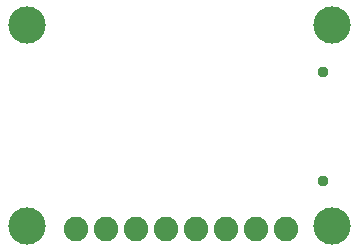
<source format=gbr>
G04 EAGLE Gerber RS-274X export*
G75*
%MOMM*%
%FSLAX34Y34*%
%LPD*%
%INSoldermask Top*%
%IPPOS*%
%AMOC8*
5,1,8,0,0,1.08239X$1,22.5*%
G01*
%ADD10C,0.952400*%
%ADD11C,3.152400*%
%ADD12C,2.082800*%


D10*
X280800Y160550D03*
X280800Y68050D03*
D11*
X30000Y30000D03*
X30000Y200800D03*
X288400Y30000D03*
X288400Y200800D03*
D12*
X71100Y27940D03*
X96500Y27940D03*
X121900Y27940D03*
X147300Y27940D03*
X172700Y27940D03*
X198100Y27940D03*
X223500Y27940D03*
X248900Y27940D03*
M02*

</source>
